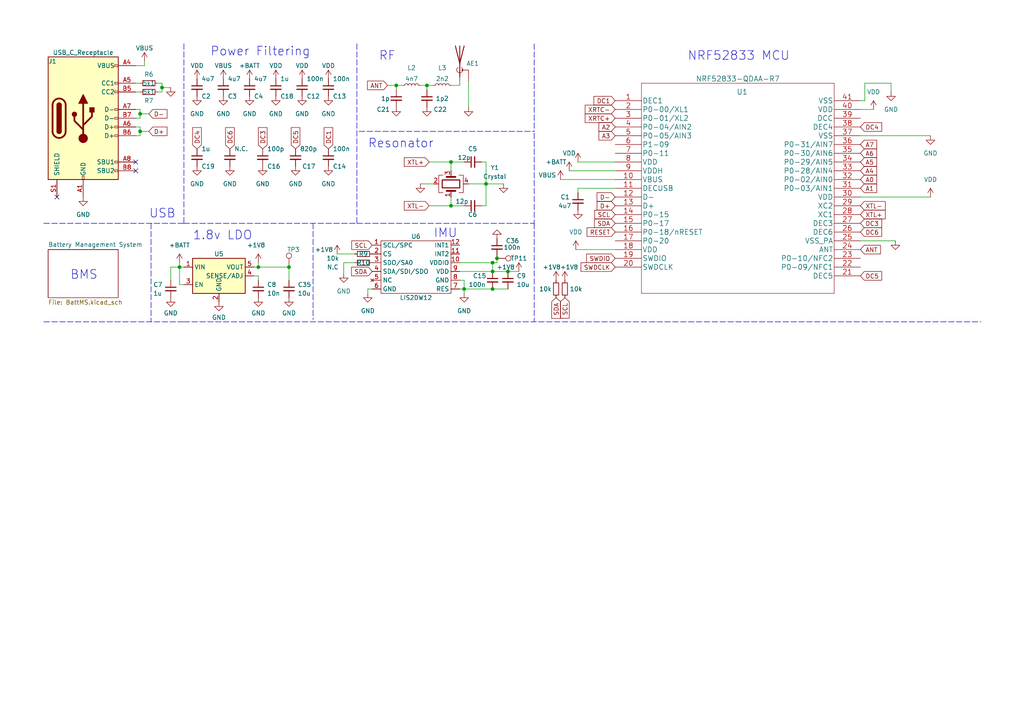
<source format=kicad_sch>
(kicad_sch (version 20211123) (generator eeschema)
  (paper "A4")
  (lib_symbols
    (symbol "+1V8_1" (power) (pin_names (offset 0))
      (property "Value" "+1V8_1" (at 0 3.556 0))
      (symbol "+1V8_1_0_1"
        (polyline (pts (xy -0.762 1.27) (xy 0 2.54)))
        (polyline (pts (xy 0 0) (xy 0 2.54)))
        (polyline (pts (xy 0 2.54) (xy 0.762 1.27)))
      )
      (symbol "+1V8_1_1_1"
        (pin power_in line (at 0 0 90) (length 0) hide (name "+1V8") (number "1"))
      )
    )
    (symbol "2022-12-06_15-27-05:NRF52833-QDAA-R7" (pin_names (offset 0.254))
      (property "Reference" "U" (at 35.56 10.16 0))
      (property "Value" "NRF52833-QDAA-R7" (at 35.56 7.62 0))
      (symbol "NRF52833-QDAA-R7_1_1"
        (polyline (pts (xy 7.62 -55.88) (xy 63.5 -55.88)) (stroke (width 0.127)))
        (polyline (pts (xy 7.62 5.08) (xy 7.62 -55.88)) (stroke (width 0.127)))
        (polyline (pts (xy 63.5 -55.88) (xy 63.5 5.08)) (stroke (width 0.127)))
        (polyline (pts (xy 63.5 5.08) (xy 7.62 5.08)) (stroke (width 0.127)))
        (pin power_in line (at 0 0 0) (length 7.62) (name "DEC1") (number "1"))
        (pin power_in line (at 0 -22.86 0) (length 7.62) (name "VBUS") (number "10"))
        (pin power_in line (at 0 -25.4 0) (length 7.62) (name "DECUSB") (number "11"))
        (pin bidirectional line (at 0 -27.94 0) (length 7.62) (name "D-") (number "12"))
        (pin bidirectional line (at 0 -30.48 0) (length 7.62) (name "D+") (number "13"))
        (pin bidirectional line (at 0 -33.02 0) (length 7.62) (name "P0-15") (number "14"))
        (pin bidirectional line (at 0 -35.56 0) (length 7.62) (name "P0-17") (number "15"))
        (pin bidirectional line (at 0 -38.1 0) (length 7.62) (name "P0-18/nRESET") (number "16"))
        (pin bidirectional line (at 0 -40.64 0) (length 7.62) (name "P0-20") (number "17"))
        (pin power_in line (at 0 -43.18 0) (length 7.62) (name "VDD") (number "18"))
        (pin bidirectional line (at 0 -45.72 0) (length 7.62) (name "SWDIO") (number "19"))
        (pin bidirectional line (at 0 -2.54 0) (length 7.62) (name "P0-00/XL1") (number "2"))
        (pin input line (at 0 -48.26 0) (length 7.62) (name "SWDCLK") (number "20"))
        (pin power_in line (at 71.12 -50.8 180) (length 7.62) (name "DEC5") (number "21"))
        (pin bidirectional line (at 71.12 -48.26 180) (length 7.62) (name "P0-09/NFC1") (number "22"))
        (pin bidirectional line (at 71.12 -45.72 180) (length 7.62) (name "P0-10/NFC2") (number "23"))
        (pin unspecified line (at 71.12 -43.18 180) (length 7.62) (name "ANT") (number "24"))
        (pin power_in line (at 71.12 -40.64 180) (length 7.62) (name "VSS_PA") (number "25"))
        (pin power_in line (at 71.12 -38.1 180) (length 7.62) (name "DEC6") (number "26"))
        (pin power_in line (at 71.12 -35.56 180) (length 7.62) (name "DEC3") (number "27"))
        (pin input line (at 71.12 -33.02 180) (length 7.62) (name "XC1") (number "28"))
        (pin input line (at 71.12 -30.48 180) (length 7.62) (name "XC2") (number "29"))
        (pin bidirectional line (at 0 -5.08 0) (length 7.62) (name "P0-01/XL2") (number "3"))
        (pin power_in line (at 71.12 -27.94 180) (length 7.62) (name "VDD") (number "30"))
        (pin bidirectional line (at 71.12 -25.4 180) (length 7.62) (name "P0-03/AIN1") (number "31"))
        (pin bidirectional line (at 71.12 -22.86 180) (length 7.62) (name "P0-02/AIN0") (number "32"))
        (pin bidirectional line (at 71.12 -20.32 180) (length 7.62) (name "P0-28/AIN4") (number "33"))
        (pin bidirectional line (at 71.12 -17.78 180) (length 7.62) (name "P0-29/AIN5") (number "34"))
        (pin bidirectional line (at 71.12 -15.24 180) (length 7.62) (name "P0-30/AIN6") (number "35"))
        (pin bidirectional line (at 71.12 -12.7 180) (length 7.62) (name "P0-31/AIN7") (number "36"))
        (pin power_in line (at 71.12 -10.16 180) (length 7.62) (name "VSS") (number "37"))
        (pin power_in line (at 71.12 -7.62 180) (length 7.62) (name "DEC4") (number "38"))
        (pin power_in line (at 71.12 -5.08 180) (length 7.62) (name "DCC") (number "39"))
        (pin bidirectional line (at 0 -7.62 0) (length 7.62) (name "P0-04/AIN2") (number "4"))
        (pin power_in line (at 71.12 -2.54 180) (length 7.62) (name "VDD") (number "40"))
        (pin power_in line (at 71.12 0 180) (length 7.62) (name "VSS") (number "41"))
        (pin bidirectional line (at 0 -10.16 0) (length 7.62) (name "P0-05/AIN3") (number "5"))
        (pin bidirectional line (at 0 -12.7 0) (length 7.62) (name "P1-09") (number "6"))
        (pin bidirectional line (at 0 -15.24 0) (length 7.62) (name "P0-11") (number "7"))
        (pin power_in line (at 0 -17.78 0) (length 7.62) (name "VDD") (number "8"))
        (pin power_in line (at 0 -20.32 0) (length 7.62) (name "VDDH") (number "9"))
      )
    )
    (symbol "Connector:TestPoint" (pin_numbers hide) (pin_names (offset 0.762) hide)
      (property "Reference" "TP" (at 0 6.858 0))
      (property "Value" "TestPoint" (at 0 5.08 0))
      (symbol "TestPoint_0_1"
        (circle (center 0 3.302) (radius 0.762))
      )
      (symbol "TestPoint_1_1"
        (pin passive line (at 0 0 90) (length 2.54) (name "1") (number "1"))
      )
    )
    (symbol "Connector:USB_C_Receptacle_USB2.0" (pin_names (offset 1.016))
      (property "Reference" "J" (at -10.16 19.05 0))
      (property "Value" "USB_C_Receptacle_USB2.0" (at 19.05 19.05 0))
      (symbol "USB_C_Receptacle_USB2.0_0_0"
        (rectangle (start -0.254 -17.78) (end 0.254 -16.764))
        (rectangle (start 10.16 -14.986) (end 9.144 -15.494))
        (rectangle (start 10.16 -12.446) (end 9.144 -12.954))
        (rectangle (start 10.16 -4.826) (end 9.144 -5.334))
        (rectangle (start 10.16 -2.286) (end 9.144 -2.794))
        (rectangle (start 10.16 0.254) (end 9.144 -0.254))
        (rectangle (start 10.16 2.794) (end 9.144 2.286))
        (rectangle (start 10.16 7.874) (end 9.144 7.366))
        (rectangle (start 10.16 10.414) (end 9.144 9.906))
        (rectangle (start 10.16 15.494) (end 9.144 14.986))
      )
      (symbol "USB_C_Receptacle_USB2.0_0_1"
        (rectangle (start -10.16 17.78) (end 10.16 -17.78) (stroke (width 0.254)) (fill (type background)))
        (arc (start -8.89 -3.81) (mid -6.985 -5.715) (end -5.08 -3.81) (stroke (width 0.508)))
        (arc (start -7.62 -3.81) (mid -6.985 -4.445) (end -6.35 -3.81) (stroke (width 0.254)))
        (arc (start -7.62 -3.81) (mid -6.985 -4.445) (end -6.35 -3.81) (stroke (width 0.254)) (fill (type outline)))
        (rectangle (start -7.62 -3.81) (end -6.35 3.81) (stroke (width 0.254)) (fill (type outline)))
        (arc (start -6.35 3.81) (mid -6.985 4.445) (end -7.62 3.81) (stroke (width 0.254)))
        (arc (start -6.35 3.81) (mid -6.985 4.445) (end -7.62 3.81) (stroke (width 0.254)) (fill (type outline)))
        (arc (start -5.08 3.81) (mid -6.985 5.715) (end -8.89 3.81) (stroke (width 0.508)))
        (circle (center -2.54 1.143) (radius 0.635) (stroke (width 0.254)) (fill (type outline)))
        (circle (center 0 -5.842) (radius 1.27) (fill (type outline)))
        (polyline (pts (xy -8.89 -3.81) (xy -8.89 3.81)) (stroke (width 0.508)))
        (polyline (pts (xy -5.08 3.81) (xy -5.08 -3.81)) (stroke (width 0.508)))
        (polyline (pts (xy 0 -5.842) (xy 0 4.318)) (stroke (width 0.508)))
        (polyline (pts (xy 0 -3.302) (xy -2.54 -0.762) (xy -2.54 0.508)) (stroke (width 0.508)))
        (polyline (pts (xy 0 -2.032) (xy 2.54 0.508) (xy 2.54 1.778)) (stroke (width 0.508)))
        (polyline (pts (xy -1.27 4.318) (xy 0 6.858) (xy 1.27 4.318) (xy -1.27 4.318)) (stroke (width 0.254)) (fill (type outline)))
        (rectangle (start 1.905 1.778) (end 3.175 3.048) (stroke (width 0.254)) (fill (type outline)))
      )
      (symbol "USB_C_Receptacle_USB2.0_1_1"
        (pin passive line (at 0 -22.86 90) (length 5.08) (name "GND") (number "A1"))
        (pin passive line (at 0 -22.86 90) (length 5.08) hide (name "GND") (number "A12"))
        (pin passive line (at 15.24 15.24 180) (length 5.08) (name "VBUS") (number "A4"))
        (pin bidirectional line (at 15.24 10.16 180) (length 5.08) (name "CC1") (number "A5"))
        (pin bidirectional line (at 15.24 -2.54 180) (length 5.08) (name "D+") (number "A6"))
        (pin bidirectional line (at 15.24 2.54 180) (length 5.08) (name "D-") (number "A7"))
        (pin bidirectional line (at 15.24 -12.7 180) (length 5.08) (name "SBU1") (number "A8"))
        (pin passive line (at 15.24 15.24 180) (length 5.08) hide (name "VBUS") (number "A9"))
        (pin passive line (at 0 -22.86 90) (length 5.08) hide (name "GND") (number "B1"))
        (pin passive line (at 0 -22.86 90) (length 5.08) hide (name "GND") (number "B12"))
        (pin passive line (at 15.24 15.24 180) (length 5.08) hide (name "VBUS") (number "B4"))
        (pin bidirectional line (at 15.24 7.62 180) (length 5.08) (name "CC2") (number "B5"))
        (pin bidirectional line (at 15.24 -5.08 180) (length 5.08) (name "D+") (number "B6"))
        (pin bidirectional line (at 15.24 0 180) (length 5.08) (name "D-") (number "B7"))
        (pin bidirectional line (at 15.24 -15.24 180) (length 5.08) (name "SBU2") (number "B8"))
        (pin passive line (at 15.24 15.24 180) (length 5.08) hide (name "VBUS") (number "B9"))
        (pin passive line (at -7.62 -22.86 90) (length 5.08) (name "SHIELD") (number "S1"))
      )
    )
    (symbol "Device:Antenna_Shield" (pin_numbers hide) (pin_names (offset 1.016) hide)
      (property "Reference" "AE" (at -1.905 4.445 0))
      (property "Value" "Antenna_Shield" (at -1.905 2.54 0))
      (symbol "Antenna_Shield_0_1"
        (arc (start -0.508 -1.143) (mid -0.8429 -2.1194) (end 0 -2.667))
        (arc (start 0 -2.667) (mid 0.7989 -2.1052) (end 0.508 -1.143))
        (polyline (pts (xy 0 -2.54) (xy 0 0)))
        (polyline (pts (xy 0 5.08) (xy 0 -3.81)) (stroke (width 0.254)))
        (polyline (pts (xy 0.762 -1.905) (xy 2.54 -1.905)))
        (polyline (pts (xy 2.54 -2.54) (xy 2.54 -1.905)))
        (polyline (pts (xy 1.27 5.08) (xy 0 0) (xy -1.27 5.08)) (stroke (width 0.254)))
        (circle (center 0.762 -1.905) (radius 0.1778) (fill (type outline)))
      )
      (symbol "Antenna_Shield_1_1"
        (pin input line (at 0 -5.08 90) (length 2.54) (name "A") (number "1"))
        (pin input line (at 2.54 -5.08 90) (length 2.54) (name "Shield") (number "2"))
      )
    )
    (symbol "Device:C_Small" (pin_numbers hide) (pin_names (offset 0.254) hide)
      (property "Reference" "C" (at 0.254 1.778 0))
      (property "Value" "C_Small" (at 0.254 -2.032 0))
      (symbol "C_Small_0_1"
        (polyline (pts (xy -1.524 -0.508) (xy 1.524 -0.508)) (stroke (width 0.3302)))
        (polyline (pts (xy -1.524 0.508) (xy 1.524 0.508)) (stroke (width 0.3048)))
      )
      (symbol "C_Small_1_1"
        (pin passive line (at 0 2.54 270) (length 2.032) (name "~") (number "1"))
        (pin passive line (at 0 -2.54 90) (length 2.032) (name "~") (number "2"))
      )
    )
    (symbol "Device:Crystal_GND24" (pin_names (offset 1.016) hide)
      (property "Reference" "Y" (at 3.175 5.08 0))
      (property "Value" "Crystal_GND24" (at 3.175 3.175 0))
      (symbol "Crystal_GND24_0_1"
        (rectangle (start -1.143 2.54) (end 1.143 -2.54) (stroke (width 0.3048)))
        (polyline (pts (xy -2.54 0) (xy -2.032 0)))
        (polyline (pts (xy -2.032 -1.27) (xy -2.032 1.27)) (stroke (width 0.508)))
        (polyline (pts (xy 0 -3.81) (xy 0 -3.556)))
        (polyline (pts (xy 0 3.556) (xy 0 3.81)))
        (polyline (pts (xy 2.032 -1.27) (xy 2.032 1.27)) (stroke (width 0.508)))
        (polyline (pts (xy 2.032 0) (xy 2.54 0)))
        (polyline (pts (xy -2.54 -2.286) (xy -2.54 -3.556) (xy 2.54 -3.556) (xy 2.54 -2.286)))
        (polyline (pts (xy -2.54 2.286) (xy -2.54 3.556) (xy 2.54 3.556) (xy 2.54 2.286)))
      )
      (symbol "Crystal_GND24_1_1"
        (pin passive line (at -3.81 0 0) (length 1.27) (name "1") (number "1"))
        (pin passive line (at 0 5.08 270) (length 1.27) (name "2") (number "2"))
        (pin passive line (at 3.81 0 180) (length 1.27) (name "3") (number "3"))
        (pin passive line (at 0 -5.08 90) (length 1.27) (name "4") (number "4"))
      )
    )
    (symbol "Device:L_Small" (pin_numbers hide) (pin_names (offset 0.254) hide)
      (property "Reference" "L" (at 0.762 1.016 0))
      (property "Value" "L_Small" (at 0.762 -1.016 0))
      (symbol "L_Small_0_1"
        (arc (start 0 -2.032) (mid 0.508 -1.524) (end 0 -1.016))
        (arc (start 0 -1.016) (mid 0.508 -0.508) (end 0 0))
        (arc (start 0 0) (mid 0.508 0.508) (end 0 1.016))
        (arc (start 0 1.016) (mid 0.508 1.524) (end 0 2.032))
      )
      (symbol "L_Small_1_1"
        (pin passive line (at 0 2.54 270) (length 0.508) (name "~") (number "1"))
        (pin passive line (at 0 -2.54 90) (length 0.508) (name "~") (number "2"))
      )
    )
    (symbol "Device:R_Small" (pin_numbers hide) (pin_names (offset 0.254) hide)
      (property "Reference" "R" (at 0.762 0.508 0))
      (property "Value" "R_Small" (at 0.762 -1.016 0))
      (symbol "R_Small_0_1"
        (rectangle (start -0.762 1.778) (end 0.762 -1.778) (stroke (width 0.2032)))
      )
      (symbol "R_Small_1_1"
        (pin passive line (at 0 2.54 270) (length 0.762) (name "~") (number "1"))
        (pin passive line (at 0 -2.54 90) (length 0.762) (name "~") (number "2"))
      )
    )
    (symbol "GND_1" (power) (pin_names (offset 0))
      (property "Value" "GND_1" (at 0 -3.81 0))
      (symbol "GND_1_0_1"
        (polyline (pts (xy 0 0) (xy 0 -1.27) (xy 1.27 -1.27) (xy 0 -2.54) (xy -1.27 -1.27) (xy 0 -1.27)))
      )
      (symbol "GND_1_1_1"
        (pin power_in line (at 0 0 270) (length 0) hide (name "GND") (number "1"))
      )
    )
    (symbol "GND_2" (power) (pin_names (offset 0))
      (property "Value" "GND_2" (at 0 -3.81 0))
      (symbol "GND_2_0_1"
        (polyline (pts (xy 0 0) (xy 0 -1.27) (xy 1.27 -1.27) (xy 0 -2.54) (xy -1.27 -1.27) (xy 0 -1.27)))
      )
      (symbol "GND_2_1_1"
        (pin power_in line (at 0 0 270) (length 0) hide (name "GND") (number "1"))
      )
    )
    (symbol "Regulator_Linear:ADP7142AUJZ-1.8"
      (property "Reference" "U" (at 0 8.89 0))
      (property "Value" "ADP7142AUJZ-1.8" (at 0 6.35 0))
      (symbol "ADP7142AUJZ-1.8_0_1"
        (rectangle (start -7.62 5.08) (end 7.62 -5.08) (stroke (width 0.254)) (fill (type background)))
      )
      (symbol "ADP7142AUJZ-1.8_1_1"
        (pin power_in line (at -10.16 2.54 0) (length 2.54) (name "VIN") (number "1"))
        (pin power_in line (at 0 -7.62 90) (length 2.54) (name "GND") (number "2"))
        (pin input line (at -10.16 -2.54 0) (length 2.54) (name "EN") (number "3"))
        (pin input line (at 10.16 0 180) (length 2.54) (name "SENSE/ADJ") (number "4"))
        (pin power_out line (at 10.16 2.54 180) (length 2.54) (name "VOUT") (number "5"))
      )
    )
    (symbol "ST_LIS2DW12:LIS2DW12"
      (property "Reference" "U6" (at 0 8.89 0))
      (property "Value" "LIS2DW12" (at 0 -8.89 0))
      (symbol "LIS2DW12_0_1"
        (rectangle (start -10.16 7.62) (end 10.16 -7.62))
      )
      (symbol "LIS2DW12_1_1"
        (pin input line (at -12.7 6.35 0) (length 2.54) (name "SCL/SPC") (number "1"))
        (pin power_in line (at 12.7 1.27 180) (length 2.54) (name "VDDIO") (number "10"))
        (pin input line (at 12.7 3.81 180) (length 2.54) (name "INT2") (number "11"))
        (pin input line (at 12.7 6.35 180) (length 2.54) (name "INT1") (number "12"))
        (pin input line (at -12.7 3.81 0) (length 2.54) (name "CS") (number "2"))
        (pin input line (at -12.7 1.27 0) (length 2.54) (name "SDO/SA0") (number "3"))
        (pin input line (at -12.7 -1.27 0) (length 2.54) (name "SDA/SDI/SDO") (number "4"))
        (pin no_connect line (at -12.7 -3.81 0) (length 2.54) (name "NC") (number "5"))
        (pin power_out line (at -12.7 -6.35 0) (length 2.54) (name "GND") (number "6"))
        (pin input line (at 12.7 -6.35 180) (length 2.54) (name "RES") (number "7"))
        (pin power_out line (at 12.7 -3.81 180) (length 2.54) (name "GND") (number "8"))
        (pin power_in line (at 12.7 -1.27 180) (length 2.54) (name "VDD") (number "9"))
      )
    )
    (symbol "power:+1V8" (power) (pin_names (offset 0))
      (property "Value" "+1V8" (at 0 3.556 0))
      (symbol "+1V8_0_1"
        (polyline (pts (xy -0.762 1.27) (xy 0 2.54)))
        (polyline (pts (xy 0 0) (xy 0 2.54)))
        (polyline (pts (xy 0 2.54) (xy 0.762 1.27)))
      )
      (symbol "+1V8_1_1"
        (pin power_in line (at 0 0 90) (length 0) hide (name "+1V8") (number "1"))
      )
    )
    (symbol "power:+BATT" (power) (pin_names (offset 0))
      (property "Value" "+BATT" (at 0 3.556 0))
      (symbol "+BATT_0_1"
        (polyline (pts (xy -0.762 1.27) (xy 0 2.54)))
        (polyline (pts (xy 0 0) (xy 0 2.54)))
        (polyline (pts (xy 0 2.54) (xy 0.762 1.27)))
      )
      (symbol "+BATT_1_1"
        (pin power_in line (at 0 0 90) (length 0) hide (name "+BATT") (number "1"))
      )
    )
    (symbol "power:GND" (power) (pin_names (offset 0))
      (property "Value" "GND" (at 0 -3.81 0))
      (symbol "GND_0_1"
        (polyline (pts (xy 0 0) (xy 0 -1.27) (xy 1.27 -1.27) (xy 0 -2.54) (xy -1.27 -1.27) (xy 0 -1.27)))
      )
      (symbol "GND_1_1"
        (pin power_in line (at 0 0 270) (length 0) hide (name "GND") (number "1"))
      )
    )
    (symbol "power:VBUS" (power) (pin_names (offset 0))
      (property "Value" "VBUS" (at 0 3.81 0))
      (symbol "VBUS_0_1"
        (polyline (pts (xy -0.762 1.27) (xy 0 2.54)))
        (polyline (pts (xy 0 0) (xy 0 2.54)))
        (polyline (pts (xy 0 2.54) (xy 0.762 1.27)))
      )
      (symbol "VBUS_1_1"
        (pin power_in line (at 0 0 90) (length 0) hide (name "VBUS") (number "1"))
      )
    )
    (symbol "power:VDD" (power) (pin_names (offset 0))
      (property "Value" "VDD" (at 0 3.81 0))
      (symbol "VDD_0_1"
        (polyline (pts (xy -0.762 1.27) (xy 0 2.54)))
        (polyline (pts (xy 0 0) (xy 0 2.54)))
        (polyline (pts (xy 0 2.54) (xy 0.762 1.27)))
      )
      (symbol "VDD_1_1"
        (pin power_in line (at 0 0 90) (length 0) hide (name "VDD") (number "1"))
      )
    )
  )
  (junction (at 40.64 38.1))
  (junction (at 130.81 59.69))
  (junction (at 123.825 24.765))
  (junction (at 142.875 76.2))
  (junction (at 74.93 77.47))
  (junction (at 46.99 25.4))
  (junction (at 147.32 78.74))
  (junction (at 52.07 77.47))
  (junction (at 130.81 46.99))
  (junction (at 144.145 74.93))
  (junction (at 83.82 77.47))
  (junction (at 134.62 83.82))
  (junction (at 142.875 78.74))
  (junction (at 140.97 53.34))
  (junction (at 142.875 83.82))
  (junction (at 40.64 33.02))
  (junction (at 114.935 24.765))
  (no_connect (at 16.51 57.15))
  (no_connect (at 39.37 46.99))
  (no_connect (at 39.37 49.53))
  (wire (pts (xy 144.145 74.295) (xy 144.145 74.93)))
  (polyline (pts (xy 90.805 64.77) (xy 90.805 92.71)))
  (wire (pts (xy 40.64 31.75) (xy 39.37 31.75)))
  (wire (pts (xy 142.875 76.2) (xy 144.145 76.2)))
  (polyline (pts (xy 103.505 64.77) (xy 154.94 64.77)))
  (wire (pts (xy 74.93 77.47) (xy 74.93 76.2)))
  (wire (pts (xy 167.64 54.61) (xy 178.435 54.61)))
  (wire (pts (xy 46.99 25.4) (xy 46.99 24.13)))
  (wire (pts (xy 52.07 82.55) (xy 53.34 82.55)))
  (wire (pts (xy 40.64 33.02) (xy 40.64 31.75)))
  (wire (pts (xy 139.7 59.69) (xy 140.97 59.69)))
  (wire (pts (xy 40.64 39.37) (xy 39.37 39.37)))
  (wire (pts (xy 83.82 81.28) (xy 83.82 77.47)))
  (wire (pts (xy 102.87 76.2) (xy 99.695 76.2)))
  (wire (pts (xy 97.79 73.66) (xy 102.87 73.66)))
  (wire (pts (xy 139.7 46.99) (xy 140.97 46.99)))
  (wire (pts (xy 123.825 24.765) (xy 125.73 24.765)))
  (wire (pts (xy 124.46 46.99) (xy 130.81 46.99)))
  (wire (pts (xy 140.97 53.34) (xy 146.05 53.34)))
  (wire (pts (xy 46.99 26.67) (xy 46.99 25.4)))
  (wire (pts (xy 134.62 81.28) (xy 134.62 83.82)))
  (wire (pts (xy 39.37 34.29) (xy 40.64 34.29)))
  (wire (pts (xy 123.825 24.765) (xy 121.92 24.765)))
  (wire (pts (xy 249.555 29.21) (xy 250.825 29.21)))
  (wire (pts (xy 124.46 59.69) (xy 130.81 59.69)))
  (wire (pts (xy 133.35 81.28) (xy 134.62 81.28)))
  (polyline (pts (xy 12.7 93.345) (xy 53.34 93.345)))
  (polyline (pts (xy 154.94 12.7) (xy 154.94 38.1)))
  (wire (pts (xy 46.99 25.4) (xy 49.53 25.4)))
  (wire (pts (xy 167.005 72.39) (xy 178.435 72.39)))
  (wire (pts (xy 249.555 31.75) (xy 253.365 31.75)))
  (wire (pts (xy 250.825 24.13) (xy 258.445 24.13)))
  (wire (pts (xy 135.89 23.495) (xy 135.89 31.115)))
  (wire (pts (xy 167.64 46.99) (xy 178.435 46.99)))
  (wire (pts (xy 41.91 19.05) (xy 41.91 17.78)))
  (wire (pts (xy 114.935 24.765) (xy 114.935 26.035)))
  (wire (pts (xy 107.95 83.82) (xy 106.68 83.82)))
  (wire (pts (xy 39.37 24.13) (xy 40.64 24.13)))
  (wire (pts (xy 112.395 24.765) (xy 114.935 24.765)))
  (wire (pts (xy 46.99 24.13) (xy 45.72 24.13)))
  (wire (pts (xy 250.825 29.21) (xy 250.825 24.13)))
  (wire (pts (xy 39.37 36.83) (xy 40.64 36.83)))
  (wire (pts (xy 162.56 52.07) (xy 178.435 52.07)))
  (polyline (pts (xy 12.7 64.77) (xy 53.34 64.77)))
  (polyline (pts (xy 53.34 93.345) (xy 144.78 93.345)))
  (wire (pts (xy 40.64 34.29) (xy 40.64 33.02)))
  (wire (pts (xy 106.68 83.82) (xy 106.68 85.09)))
  (wire (pts (xy 134.62 46.99) (xy 130.81 46.99)))
  (wire (pts (xy 73.66 77.47) (xy 74.93 77.47)))
  (wire (pts (xy 49.53 77.47) (xy 52.07 77.47)))
  (wire (pts (xy 249.555 39.37) (xy 269.875 39.37)))
  (wire (pts (xy 74.93 80.01) (xy 74.93 81.28)))
  (wire (pts (xy 140.97 59.69) (xy 140.97 53.34)))
  (wire (pts (xy 142.875 78.74) (xy 147.32 78.74)))
  (wire (pts (xy 135.89 53.34) (xy 140.97 53.34)))
  (wire (pts (xy 40.64 33.02) (xy 43.18 33.02)))
  (polyline (pts (xy 53.34 64.77) (xy 103.505 64.77)))
  (wire (pts (xy 142.875 76.2) (xy 142.875 78.74)))
  (wire (pts (xy 40.64 38.1) (xy 43.18 38.1)))
  (wire (pts (xy 134.62 83.82) (xy 133.35 83.82)))
  (wire (pts (xy 53.34 77.47) (xy 52.07 77.47)))
  (wire (pts (xy 130.81 59.69) (xy 134.62 59.69)))
  (wire (pts (xy 140.97 46.99) (xy 140.97 53.34)))
  (polyline (pts (xy 103.505 12.7) (xy 103.505 64.77)))
  (wire (pts (xy 49.53 77.47) (xy 49.53 81.28)))
  (wire (pts (xy 99.695 76.2) (xy 99.695 79.375)))
  (wire (pts (xy 130.81 24.765) (xy 133.35 24.765)))
  (wire (pts (xy 116.84 24.765) (xy 114.935 24.765)))
  (wire (pts (xy 121.92 53.34) (xy 125.73 53.34)))
  (wire (pts (xy 130.81 46.99) (xy 130.81 49.53)))
  (wire (pts (xy 40.64 36.83) (xy 40.64 38.1)))
  (wire (pts (xy 133.35 76.2) (xy 142.875 76.2)))
  (wire (pts (xy 142.875 83.82) (xy 147.32 83.82)))
  (wire (pts (xy 130.81 59.69) (xy 130.81 57.15)))
  (wire (pts (xy 73.66 80.01) (xy 74.93 80.01)))
  (wire (pts (xy 39.37 19.05) (xy 41.91 19.05)))
  (wire (pts (xy 52.07 77.47) (xy 52.07 82.55)))
  (wire (pts (xy 147.32 78.74) (xy 150.495 78.74)))
  (polyline (pts (xy 43.815 64.77) (xy 43.815 93.345)))
  (wire (pts (xy 249.555 57.15) (xy 269.875 57.15)))
  (wire (pts (xy 40.64 38.1) (xy 40.64 39.37)))
  (wire (pts (xy 258.445 24.13) (xy 258.445 26.67)))
  (wire (pts (xy 134.62 83.82) (xy 142.875 83.82)))
  (polyline (pts (xy 53.34 12.7) (xy 53.34 64.77)))
  (polyline (pts (xy 154.94 65.405) (xy 154.94 38.1)))
  (wire (pts (xy 144.145 74.93) (xy 144.145 76.2)))
  (wire (pts (xy 134.62 85.09) (xy 134.62 83.82)))
  (wire (pts (xy 123.825 26.035) (xy 123.825 24.765)))
  (polyline (pts (xy 104.14 38.1) (xy 154.94 38.1)))
  (wire (pts (xy 74.93 77.47) (xy 83.82 77.47)))
  (wire (pts (xy 39.37 26.67) (xy 40.64 26.67)))
  (wire (pts (xy 45.72 26.67) (xy 46.99 26.67)))
  (wire (pts (xy 165.1 49.53) (xy 178.435 49.53)))
  (wire (pts (xy 167.64 54.61) (xy 167.64 55.88)))
  (polyline (pts (xy 154.94 64.77) (xy 154.94 93.345)))
  (wire (pts (xy 133.35 24.765) (xy 133.35 23.495)))
  (wire (pts (xy 133.35 78.74) (xy 142.875 78.74)))
  (wire (pts (xy 249.555 69.85) (xy 259.715 69.85)))
  (wire (pts (xy 52.07 77.47) (xy 52.07 76.2)))
  (polyline (pts (xy 144.78 93.345) (xy 284.48 93.345)))
  (text "Power Filtering" (at 60.96 16.51 0) (effects (font (size 2.54 2.54)) (justify left bottom)))
  (text "NRF52833 MCU" (at 199.39 17.78 0) (effects (font (size 2.54 2.54)) (justify left bottom)))
  (text "Resonator" (at 106.68 43.18 0) (effects (font (size 2.54 2.54)) (justify left bottom)))
  (text "1.8v LDO" (at 55.88 69.85 0) (effects (font (size 2.54 2.54)) (justify left bottom)))
  (text "USB" (at 43.18 63.5 0) (effects (font (size 2.54 2.54)) (justify left bottom)))
  (text "BMS" (at 20.32 81.28 0) (effects (font (size 2.54 2.54)) (justify left bottom)))
  (text "IMU" (at 125.73 69.215 0) (effects (font (size 2.54 2.54)) (justify left bottom)))
  (text "RF" (at 109.855 17.78 0) (effects (font (size 2.54 2.54)) (justify left bottom)))
  (global_label "A7" (shape input) (at 249.555 41.91 0) (property "Intersheet References" "${INTERSHEET_REFS}" (effects hide)))
  (global_label "RESET" (shape input) (at 178.435 67.31 180) (property "Intersheet References" "${INTERSHEET_REFS}" (effects hide)))
  (global_label "SWDCLK" (shape input) (at 178.435 77.47 180) (property "Intersheet References" "${INTERSHEET_REFS}" (effects hide)))
  (global_label "DC3" (shape input) (at 249.555 64.77 0) (property "Intersheet References" "${INTERSHEET_REFS}" (effects hide)))
  (global_label "SCL" (shape input) (at 163.83 86.36 270) (property "Intersheet References" "${INTERSHEET_REFS}" (effects hide)))
  (global_label "ANT" (shape input) (at 249.555 72.39 0) (property "Intersheet References" "${INTERSHEET_REFS}" (effects hide)))
  (global_label "A5" (shape input) (at 249.555 46.99 0) (property "Intersheet References" "${INTERSHEET_REFS}" (effects hide)))
  (global_label "XTL+" (shape input) (at 124.46 46.99 180) (property "Intersheet References" "${INTERSHEET_REFS}" (effects hide)))
  (global_label "DC6" (shape input) (at 66.675 43.18 90) (property "Intersheet References" "${INTERSHEET_REFS}" (effects hide)))
  (global_label "DC1" (shape input) (at 178.435 29.21 180) (property "Intersheet References" "${INTERSHEET_REFS}" (effects hide)))
  (global_label "XTL-" (shape input) (at 249.555 59.69 0) (property "Intersheet References" "${INTERSHEET_REFS}" (effects hide)))
  (global_label "DC1" (shape input) (at 95.25 43.18 90) (property "Intersheet References" "${INTERSHEET_REFS}" (effects hide)))
  (global_label "XRTC-" (shape input) (at 178.435 31.75 180) (property "Intersheet References" "${INTERSHEET_REFS}" (effects hide)))
  (global_label "DC3" (shape input) (at 76.2 43.18 90) (property "Intersheet References" "${INTERSHEET_REFS}" (effects hide)))
  (global_label "A0" (shape input) (at 249.555 52.07 0) (property "Intersheet References" "${INTERSHEET_REFS}" (effects hide)))
  (global_label "DC6" (shape input) (at 249.555 67.31 0) (property "Intersheet References" "${INTERSHEET_REFS}" (effects hide)))
  (global_label "SCL" (shape input) (at 178.435 62.23 180) (property "Intersheet References" "${INTERSHEET_REFS}" (effects hide)))
  (global_label "A2" (shape input) (at 178.435 36.83 180) (property "Intersheet References" "${INTERSHEET_REFS}" (effects hide)))
  (global_label "XTL+" (shape input) (at 249.555 62.23 0) (property "Intersheet References" "${INTERSHEET_REFS}" (effects hide)))
  (global_label "DC5" (shape input) (at 249.555 80.01 0) (property "Intersheet References" "${INTERSHEET_REFS}" (effects hide)))
  (global_label "A6" (shape input) (at 249.555 44.45 0) (property "Intersheet References" "${INTERSHEET_REFS}" (effects hide)))
  (global_label "A1" (shape input) (at 249.555 54.61 0) (property "Intersheet References" "${INTERSHEET_REFS}" (effects hide)))
  (global_label "SDA" (shape input) (at 161.29 86.36 270) (property "Intersheet References" "${INTERSHEET_REFS}" (effects hide)))
  (global_label "D-" (shape input) (at 178.435 57.15 180) (property "Intersheet References" "${INTERSHEET_REFS}" (effects hide)))
  (global_label "DC5" (shape input) (at 85.725 43.18 90) (property "Intersheet References" "${INTERSHEET_REFS}" (effects hide)))
  (global_label "SCL" (shape input) (at 107.95 71.12 180) (property "Intersheet References" "${INTERSHEET_REFS}" (effects hide)))
  (global_label "A3" (shape input) (at 178.435 39.37 180) (property "Intersheet References" "${INTERSHEET_REFS}" (effects hide)))
  (global_label "D+" (shape input) (at 178.435 59.69 180) (property "Intersheet References" "${INTERSHEET_REFS}" (effects hide)))
  (global_label "SDA" (shape input) (at 178.435 64.77 180) (property "Intersheet References" "${INTERSHEET_REFS}" (effects hide)))
  (global_label "XTL-" (shape input) (at 124.46 59.69 180) (property "Intersheet References" "${INTERSHEET_REFS}" (effects hide)))
  (global_label "SWDIO" (shape input) (at 178.435 74.93 180) (property "Intersheet References" "${INTERSHEET_REFS}" (effects hide)))
  (global_label "XRTC+" (shape input) (at 178.435 34.29 180) (property "Intersheet References" "${INTERSHEET_REFS}" (effects hide)))
  (global_label "A4" (shape input) (at 249.555 49.53 0) (property "Intersheet References" "${INTERSHEET_REFS}" (effects hide)))
  (global_label "SDA" (shape input) (at 107.95 78.74 180) (property "Intersheet References" "${INTERSHEET_REFS}" (effects hide)))
  (global_label "DC4" (shape input) (at 249.555 36.83 0) (property "Intersheet References" "${INTERSHEET_REFS}" (effects hide)))
  (global_label "D-" (shape input) (at 43.18 33.02 0) (property "Intersheet References" "${INTERSHEET_REFS}" (effects hide)))
  (global_label "D+" (shape input) (at 43.18 38.1 0) (property "Intersheet References" "${INTERSHEET_REFS}" (effects hide)))
  (global_label "DC4" (shape input) (at 57.15 43.18 90) (property "Intersheet References" "${INTERSHEET_REFS}" (effects hide)))
  (global_label "ANT" (shape input) (at 112.395 24.765 180) (property "Intersheet References" "${INTERSHEET_REFS}" (effects hide)))
  (symbol (lib_id "power:GND") (at 167.64 60.96 0) (unit 1)
    (property "Reference" "#PWR035" (effects hide))
    (property "Value" "GND" (effects hide))
  )
  (symbol (lib_id "Device:L_Small") (at 128.27 24.765 90) (unit 1)
    (property "Reference" "L3" (at 128.27 19.685 90))
    (property "Value" "2n2" (at 128.27 22.86 90))
    (property "Footprint" "Inductor_SMD:L_0402_1005Metric" (effects hide))
  )
  (symbol (lib_id "power:VDD") (at 269.875 57.15 0) (unit 1)
    (property "Reference" "#PWR040" (effects hide))
    (property "Value" "VDD" (at 269.875 52.07 0))
  )
  (symbol (lib_name "+1V8_1") (lib_id "power:+1V8") (at 163.83 81.28 0) (unit 1)
    (property "Reference" "#PWR0126" (effects hide))
    (property "Value" "+1V8" (at 165.1 77.47 0))
  )
  (symbol (lib_id "Device:C_Small") (at 137.16 46.99 90) (unit 1)
    (property "Reference" "C5" (at 138.43 43.18 90) (effects (justify left)))
    (property "Value" "12p" (at 134.62 45.72 90))
    (property "Footprint" "Capacitor_SMD:C_0402_1005Metric" (effects hide))
  )
  (symbol (lib_id "Device:C_Small") (at 87.63 25.4 0) (unit 1)
    (property "Reference" "C12" (at 88.9 27.94 0) (effects (justify left)))
    (property "Value" "100n" (at 88.9 22.86 0) (effects (justify left)))
    (property "Footprint" "Capacitor_SMD:C_0402_1005Metric" (effects hide))
  )
  (symbol (lib_id "Device:R_Small") (at 105.41 76.2 90) (unit 1)
    (property "Reference" "R10" (at 105.41 76.2 90))
    (property "Value" "N.C" (at 96.52 77.47 90))
    (property "Footprint" "Resistor_SMD:R_0402_1005Metric" (effects hide))
  )
  (symbol (lib_id "power:VDD") (at 57.15 22.86 0) (unit 1)
    (property "Reference" "#PWR04" (effects hide))
    (property "Value" "VDD" (at 57.15 19.05 0))
  )
  (symbol (lib_id "Device:C_Small") (at 49.53 83.82 0) (unit 1)
    (property "Reference" "C7" (at 44.45 82.55 0) (effects (justify left)))
    (property "Value" "1u" (at 44.45 85.09 0) (effects (justify left)))
    (property "Footprint" "Capacitor_SMD:C_0402_1005Metric" (effects hide))
  )
  (symbol (lib_name "GND_2") (lib_id "power:GND") (at 144.145 69.215 180) (unit 1)
    (property "Reference" "#PWR0109" (effects hide))
    (property "Value" "GND" (effects hide))
  )
  (symbol (lib_id "Connector:TestPoint") (at 144.145 74.93 270) (unit 1)
    (property "Reference" "TP11" (at 150.495 74.93 90))
    (property "Value" "TestPoint" (effects hide))
    (property "Footprint" "TestPoint:TestPoint_Pad_D1.0mm" (effects hide))
  )
  (symbol (lib_id "Device:C_Small") (at 57.15 45.72 0) (unit 1)
    (property "Reference" "C19" (at 58.42 48.26 0) (effects (justify left)))
    (property "Value" "1u" (at 58.42 43.18 0) (effects (justify left)))
    (property "Footprint" "Capacitor_SMD:C_0402_1005Metric" (effects hide))
  )
  (symbol (lib_id "power:VBUS") (at 41.91 17.78 0) (unit 1)
    (property "Reference" "#PWR02" (effects hide))
    (property "Value" "VBUS" (at 41.91 13.97 0))
  )
  (symbol (lib_id "power:GND") (at 85.725 48.26 0) (unit 1)
    (property "Reference" "#PWR018" (effects hide))
    (property "Value" "GND" (at 85.725 53.34 0))
  )
  (symbol (lib_id "power:GND") (at 83.82 86.36 0) (unit 1)
    (property "Reference" "#PWR0104" (effects hide))
    (property "Value" "GND" (at 83.82 90.805 0))
  )
  (symbol (lib_id "power:VBUS") (at 162.56 52.07 0) (unit 1)
    (property "Reference" "#PWR032" (effects hide))
    (property "Value" "VBUS" (at 158.75 50.8 0))
  )
  (symbol (lib_id "Device:C_Small") (at 80.01 25.4 0) (unit 1)
    (property "Reference" "C18" (at 81.28 27.94 0) (effects (justify left)))
    (property "Value" "1u" (at 81.28 22.86 0) (effects (justify left)))
    (property "Footprint" "Capacitor_SMD:C_0402_1005Metric" (effects hide))
  )
  (symbol (lib_id "Device:C_Small") (at 95.25 45.72 0) (unit 1)
    (property "Reference" "C14" (at 96.52 48.26 0) (effects (justify left)))
    (property "Value" "100n" (at 96.52 43.18 0) (effects (justify left)))
    (property "Footprint" "Capacitor_SMD:C_0402_1005Metric" (effects hide))
  )
  (symbol (lib_id "Device:C_Small") (at 76.2 45.72 0) (unit 1)
    (property "Reference" "C16" (at 77.47 48.26 0) (effects (justify left)))
    (property "Value" "100p" (at 77.47 43.18 0) (effects (justify left)))
    (property "Footprint" "Capacitor_SMD:C_0402_1005Metric" (effects hide))
  )
  (symbol (lib_id "power:GND") (at 57.15 48.26 0) (unit 1)
    (property "Reference" "#PWR06" (effects hide))
    (property "Value" "GND" (at 57.15 53.34 0))
  )
  (symbol (lib_id "Device:C_Small") (at 64.77 25.4 0) (unit 1)
    (property "Reference" "C3" (at 66.04 27.94 0) (effects (justify left)))
    (property "Value" "4u7" (at 66.04 22.86 0) (effects (justify left)))
    (property "Footprint" "Capacitor_SMD:C_0402_1005Metric" (effects hide))
  )
  (symbol (lib_id "power:GND") (at 135.89 31.115 0) (unit 1)
    (property "Reference" "#PWR029" (effects hide))
    (property "Value" "GND" (effects hide))
  )
  (symbol (lib_id "Device:C_Small") (at 123.825 28.575 0) (unit 1)
    (property "Reference" "C22" (at 125.73 31.75 0) (effects (justify left)))
    (property "Value" "1p2" (at 126.365 28.575 0) (effects (justify left)))
    (property "Footprint" "Capacitor_SMD:C_0402_1005Metric" (effects hide))
  )
  (symbol (lib_name "GND_1") (lib_id "power:GND") (at 24.13 57.15 0) (unit 1)
    (property "Reference" "#PWR0107" (effects hide))
    (property "Value" "GND" (at 24.13 62.23 0))
  )
  (symbol (lib_id "power:GND") (at 57.15 27.94 0) (unit 1)
    (property "Reference" "#PWR05" (effects hide))
    (property "Value" "GND" (at 57.15 33.02 0))
  )
  (symbol (lib_id "power:GND") (at 134.62 85.09 0) (unit 1)
    (property "Reference" "#PWR028" (effects hide))
    (property "Value" "GND" (at 134.62 90.17 0))
  )
  (symbol (lib_id "power:GND") (at 72.39 27.94 0) (unit 1)
    (property "Reference" "#PWR013" (effects hide))
    (property "Value" "GND" (at 72.39 33.02 0))
  )
  (symbol (lib_id "power:+BATT") (at 52.07 76.2 0) (unit 1)
    (property "Reference" "#PWR0105" (effects hide))
    (property "Value" "+BATT" (at 52.07 71.12 0))
  )
  (symbol (lib_id "power:GND") (at 99.695 79.375 0) (unit 1)
    (property "Reference" "#PWR0108" (effects hide))
    (property "Value" "GND" (at 99.695 84.455 0))
  )
  (symbol (lib_id "power:GND") (at 95.25 27.94 0) (unit 1)
    (property "Reference" "#PWR022" (effects hide))
    (property "Value" "GND" (at 95.25 33.02 0))
  )
  (symbol (lib_id "Device:R_Small") (at 43.18 26.67 90) (unit 1)
    (property "Reference" "R7" (at 43.18 29.21 90))
    (property "Value" "5k1" (at 43.18 26.67 90))
    (property "Footprint" "Resistor_SMD:R_0402_1005Metric" (effects hide))
  )
  (symbol (lib_id "power:GND") (at 74.93 86.36 0) (unit 1)
    (property "Reference" "#PWR0103" (effects hide))
    (property "Value" "GND" (at 74.93 90.805 0))
  )
  (symbol (lib_id "power:VBUS") (at 64.77 22.86 0) (unit 1)
    (property "Reference" "#PWR08" (effects hide))
    (property "Value" "VBUS" (at 64.77 19.05 0))
  )
  (symbol (lib_id "power:GND") (at 80.01 27.94 0) (unit 1)
    (property "Reference" "#PWR016" (effects hide))
    (property "Value" "GND" (at 80.01 33.02 0))
  )
  (symbol (lib_id "power:GND") (at 259.715 69.85 0) (unit 1)
    (property "Reference" "#PWR041" (effects hide))
    (property "Value" "GND" (effects hide))
  )
  (symbol (lib_id "power:GND") (at 66.675 48.26 0) (unit 1)
    (property "Reference" "#PWR010" (effects hide))
    (property "Value" "GND" (at 66.675 53.34 0))
  )
  (symbol (lib_id "Device:C_Small") (at 167.64 58.42 0) (unit 1)
    (property "Reference" "C1" (at 162.56 57.15 0) (effects (justify left)))
    (property "Value" "4u7" (at 161.925 59.69 0) (effects (justify left)))
    (property "Footprint" "Capacitor_SMD:C_0402_1005Metric" (effects hide))
  )
  (symbol (lib_name "+1V8_1") (lib_id "power:+1V8") (at 161.29 81.28 0) (unit 1)
    (property "Reference" "#PWR0127" (effects hide))
    (property "Value" "+1V8" (at 160.02 77.47 0))
  )
  (symbol (lib_id "Device:R_Small") (at 161.29 83.82 180) (unit 1)
    (property "Reference" "R8" (effects hide))
    (property "Value" "10k" (at 160.02 83.82 0) (effects (justify left)))
    (property "Footprint" "Resistor_SMD:R_0402_1005Metric" (effects hide))
  )
  (symbol (lib_id "Device:C_Small") (at 72.39 25.4 0) (unit 1)
    (property "Reference" "C4" (at 73.66 27.94 0) (effects (justify left)))
    (property "Value" "4u7" (at 73.66 22.86 0) (effects (justify left)))
    (property "Footprint" "Capacitor_SMD:C_0402_1005Metric" (effects hide))
  )
  (symbol (lib_id "power:VDD") (at 167.64 46.99 0) (unit 1)
    (property "Reference" "#PWR036" (effects hide))
    (property "Value" "VDD" (at 165.1 44.45 0))
  )
  (symbol (lib_id "Device:R_Small") (at 105.41 73.66 90) (unit 1)
    (property "Reference" "R9" (at 105.41 73.66 90))
    (property "Value" "10k" (at 96.52 74.93 90))
    (property "Footprint" "Resistor_SMD:R_0402_1005Metric" (effects hide))
  )
  (symbol (lib_id "power:VDD") (at 80.01 22.86 0) (unit 1)
    (property "Reference" "#PWR015" (effects hide))
    (property "Value" "VDD" (at 80.01 19.05 0))
  )
  (symbol (lib_id "power:VDD") (at 87.63 22.86 0) (unit 1)
    (property "Reference" "#PWR019" (effects hide))
    (property "Value" "VDD" (at 87.63 19.05 0))
  )
  (symbol (lib_id "power:GND") (at 95.25 48.26 0) (unit 1)
    (property "Reference" "#PWR023" (effects hide))
    (property "Value" "GND" (at 95.25 53.34 0))
  )
  (symbol (lib_id "power:GND") (at 63.5 87.63 0) (unit 1)
    (property "Reference" "#PWR0102" (effects hide))
    (property "Value" "GND" (at 63.5 92.075 0))
  )
  (symbol (lib_id "power:VDD") (at 253.365 31.75 0) (unit 1)
    (property "Reference" "#PWR037" (effects hide))
    (property "Value" "VDD" (at 253.365 26.67 0))
  )
  (symbol (lib_id "ST_LIS2DW12:LIS2DW12") (at 120.65 77.47 0) (unit 1)
    (property "Reference" "U6" (at 120.65 68.58 0))
    (property "Value" "LIS2DW12" (at 120.65 86.36 0))
    (property "Footprint" "Package_LGA:LGA-12_2x2mm_P0.5mm" (effects hide))
  )
  (symbol (lib_id "power:+1V8") (at 150.495 78.74 0) (unit 1)
    (property "Reference" "#PWR031" (effects hide))
    (property "Value" "+1V8" (at 146.685 77.47 0))
  )
  (symbol (lib_id "Connector:USB_C_Receptacle_USB2.0") (at 24.13 34.29 0) (unit 1)
    (property "Reference" "J1" (at 15.24 17.78 0))
    (property "Value" "USB_C_Receptacle" (at 24.13 15.24 0))
    (property "Footprint" "Connector_USB:USB_C_Receptacle_HRO_TYPE-C-31-M-12" (effects hide))
    (property "Datasheet" "https://www.usb.org/sites/default/files/documents/usb_type-c.zip" (effects hide))
  )
  (symbol (lib_id "power:GND") (at 114.935 31.115 0) (unit 1)
    (property "Reference" "#PWR025" (effects hide))
    (property "Value" "GND" (effects hide))
  )
  (symbol (lib_id "power:GND") (at 121.92 53.34 0) (unit 1)
    (property "Reference" "#PWR026" (effects hide))
    (property "Value" "GND" (effects hide))
  )
  (symbol (lib_id "Device:C_Small") (at 95.25 25.4 0) (unit 1)
    (property "Reference" "C13" (at 96.52 27.94 0) (effects (justify left)))
    (property "Value" "100n" (at 96.52 22.86 0) (effects (justify left)))
    (property "Footprint" "Capacitor_SMD:C_0402_1005Metric" (effects hide))
  )
  (symbol (lib_id "power:GND") (at 269.875 39.37 0) (unit 1)
    (property "Reference" "#PWR039" (effects hide))
    (property "Value" "GND" (at 269.875 44.45 0))
  )
  (symbol (lib_id "Device:Antenna_Shield") (at 133.35 18.415 0) (unit 1)
    (property "Reference" "AE1" (at 135.255 18.415 0) (effects (justify left)))
    (property "Value" "Antenna_Shield" (effects hide))
    (property "Footprint" "RF_Antenna:Texas_SWRA117D_2.4GHz_Left" (effects hide))
  )
  (symbol (lib_id "Device:Crystal_GND24") (at 130.81 53.34 90) (unit 1)
    (property "Reference" "Y1" (at 143.51 48.641 90))
    (property "Value" "Crystal" (at 143.51 51.181 90))
    (property "Footprint" "Crystal:Crystal_SMD_2016-4Pin_2.0x1.6mm" (effects hide))
  )
  (symbol (lib_id "Device:C_Small") (at 57.15 25.4 0) (unit 1)
    (property "Reference" "C2" (at 58.42 27.94 0) (effects (justify left)))
    (property "Value" "4u7" (at 58.42 22.86 0) (effects (justify left)))
    (property "Footprint" "Capacitor_SMD:C_0402_1005Metric" (effects hide))
  )
  (symbol (lib_id "Device:R_Small") (at 163.83 83.82 180) (unit 1)
    (property "Reference" "R11" (effects hide))
    (property "Value" "10k" (at 168.91 83.82 0) (effects (justify left)))
    (property "Footprint" "Resistor_SMD:R_0402_1005Metric" (effects hide))
  )
  (symbol (lib_id "2022-12-06_15-27-05:NRF52833-QDAA-R7") (at 178.435 29.21 0) (unit 1)
    (property "Reference" "U1" (at 215.265 26.67 0) (effects (font (size 1.524 1.524))))
    (property "Value" "NRF52833-QDAA-R7" (at 213.995 22.86 0) (effects (font (size 1.524 1.524))))
    (property "Footprint" "Package_DFN_QFN:QFN-40-1EP_5x5mm_P0.4mm_EP3.6x3.6mm_ThermalVias" (effects hide))
  )
  (symbol (lib_id "Device:C_Small") (at 147.32 81.28 0) (unit 1)
    (property "Reference" "C9" (at 149.86 80.01 0) (effects (justify left)))
    (property "Value" "10u" (at 149.86 82.55 0) (effects (justify left)))
    (property "Footprint" "Capacitor_SMD:C_0603_1608Metric" (effects hide))
  )
  (symbol (lib_id "Device:C_Small") (at 142.875 81.28 0) (unit 1)
    (property "Reference" "C15" (at 137.16 80.01 0) (effects (justify left)))
    (property "Value" "100n" (at 135.89 82.55 0) (effects (justify left)))
    (property "Footprint" "Capacitor_SMD:C_0402_1005Metric" (effects hide))
  )
  (symbol (lib_id "Regulator_Linear:ADP7142AUJZ-1.8") (at 63.5 80.01 0) (unit 1)
    (property "Reference" "U5" (at 63.5 73.66 0))
    (property "Value" "BCT2019EXKV18-TR" (effects hide))
    (property "Footprint" "Package_TO_SOT_SMD:TSOT-23-5" (effects hide))
    (property "Datasheet" "https://datasheet.lcsc.com/lcsc/1809211434_BROADCHIP-BCT2019EXKV18-TR_C266774.pdf" (effects hide))
  )
  (symbol (lib_id "power:GND") (at 49.53 86.36 0) (unit 1)
    (property "Reference" "#PWR0101" (effects hide))
    (property "Value" "GND" (at 49.53 90.805 0))
  )
  (symbol (lib_id "Device:C_Small") (at 74.93 83.82 0) (unit 1)
    (property "Reference" "C8" (at 77.47 82.55 0) (effects (justify left)))
    (property "Value" "10n" (at 77.47 85.09 0) (effects (justify left)))
    (property "Footprint" "Capacitor_SMD:C_0402_1005Metric" (effects hide))
  )
  (symbol (lib_id "power:GND") (at 76.2 48.26 0) (unit 1)
    (property "Reference" "#PWR014" (effects hide))
    (property "Value" "GND" (at 76.2 53.34 0))
  )
  (symbol (lib_id "Device:L_Small") (at 119.38 24.765 90) (unit 1)
    (property "Reference" "L2" (at 119.38 19.685 90))
    (property "Value" "4n7" (at 119.38 22.86 90))
    (property "Footprint" "Inductor_SMD:L_0402_1005Metric" (effects hide))
  )
  (symbol (lib_id "Device:C_Small") (at 144.145 71.755 0) (unit 1)
    (property "Reference" "C36" (at 146.685 69.85 0) (effects (justify left)))
    (property "Value" "100n" (at 146.05 71.755 0) (effects (justify left)))
    (property "Footprint" "Capacitor_SMD:C_0402_1005Metric" (effects hide))
  )
  (symbol (lib_id "power:+BATT") (at 165.1 49.53 0) (unit 1)
    (property "Reference" "#PWR034" (effects hide))
    (property "Value" "+BATT" (at 161.29 46.99 0))
  )
  (symbol (lib_id "Device:C_Small") (at 66.675 45.72 0) (unit 1)
    (property "Reference" "C32" (effects hide))
    (property "Value" "N.C." (at 67.945 43.18 0) (effects (justify left)))
    (property "Footprint" "Capacitor_SMD:C_0402_1005Metric" (effects hide))
  )
  (symbol (lib_id "power:GND") (at 64.77 27.94 0) (unit 1)
    (property "Reference" "#PWR09" (effects hide))
    (property "Value" "GND" (at 64.77 33.02 0))
  )
  (symbol (lib_id "power:+1V8") (at 97.79 73.66 0) (unit 1)
    (property "Reference" "#PWR0110" (effects hide))
    (property "Value" "+1V8" (at 93.98 72.39 0))
  )
  (symbol (lib_id "power:VDD") (at 95.25 22.86 0) (unit 1)
    (property "Reference" "#PWR021" (effects hide))
    (property "Value" "VDD" (at 95.25 19.05 0))
  )
  (symbol (lib_id "power:GND") (at 123.825 31.115 0) (unit 1)
    (property "Reference" "#PWR027" (effects hide))
    (property "Value" "GND" (effects hide))
  )
  (symbol (lib_id "power:+BATT") (at 72.39 22.86 0) (unit 1)
    (property "Reference" "#PWR012" (effects hide))
    (property "Value" "+BATT" (at 72.39 19.05 0))
  )
  (symbol (lib_id "Connector:TestPoint") (at 83.82 77.47 0) (unit 1)
    (property "Reference" "TP3" (at 85.09 72.39 0))
    (property "Value" "TestPoint" (effects hide))
    (property "Footprint" "TestPoint:TestPoint_Pad_D1.0mm" (effects hide))
  )
  (symbol (lib_id "power:+1V8") (at 74.93 76.2 0) (unit 1)
    (property "Reference" "#PWR0106" (effects hide))
    (property "Value" "+1V8" (at 74.295 71.12 0))
  )
  (symbol (lib_id "power:VDD") (at 167.005 72.39 0) (unit 1)
    (property "Reference" "#PWR033" (effects hide))
    (property "Value" "VDD" (at 167.005 67.31 0))
  )
  (symbol (lib_id "Device:C_Small") (at 114.935 28.575 0) (unit 1)
    (property "Reference" "C21" (at 109.22 31.75 0) (effects (justify left)))
    (property "Value" "1p" (at 110.49 28.575 0) (effects (justify left)))
    (property "Footprint" "Capacitor_SMD:C_0402_1005Metric" (effects hide))
  )
  (symbol (lib_id "Device:C_Small") (at 83.82 83.82 0) (unit 1)
    (property "Reference" "C35" (at 86.36 82.55 0) (effects (justify left)))
    (property "Value" "10u" (at 86.36 85.09 0) (effects (justify left)))
    (property "Footprint" "Capacitor_SMD:C_0402_1005Metric" (effects hide))
  )
  (symbol (lib_id "power:GND") (at 258.445 26.67 0) (unit 1)
    (property "Reference" "#PWR038" (effects hide))
    (property "Value" "GND" (at 258.445 31.75 0))
  )
  (symbol (lib_id "power:GND") (at 146.05 53.34 0) (unit 1)
    (property "Reference" "#PWR030" (effects hide))
    (property "Value" "GND" (effects hide))
  )
  (symbol (lib_id "Device:C_Small") (at 137.16 59.69 90) (unit 1)
    (property "Reference" "C6" (at 138.43 62.23 90) (effects (justify left)))
    (property "Value" "12p" (at 133.985 58.42 90))
    (property "Footprint" "Capacitor_SMD:C_0402_1005Metric" (effects hide))
  )
  (symbol (lib_id "Device:R_Small") (at 43.18 24.13 90) (unit 1)
    (property "Reference" "R6" (at 43.18 21.59 90))
    (property "Value" "5k1" (at 43.18 24.13 90))
    (property "Footprint" "Resistor_SMD:R_0402_1005Metric" (effects hide))
  )
  (symbol (lib_id "power:GND") (at 49.53 25.4 0) (unit 1)
    (property "Reference" "#PWR03" (effects hide))
    (property "Value" "GND" (effects hide))
  )
  (symbol (lib_id "power:GND") (at 106.68 85.09 0) (unit 1)
    (property "Reference" "#PWR024" (effects hide))
    (property "Value" "GND" (at 106.68 90.17 0))
  )
  (symbol (lib_id "Device:C_Small") (at 85.725 45.72 0) (unit 1)
    (property "Reference" "C17" (at 87.63 48.26 0) (effects (justify left)))
    (property "Value" "820p" (at 86.995 43.18 0) (effects (justify left)))
    (property "Footprint" "Capacitor_SMD:C_0402_1005Metric" (effects hide))
  )
  (symbol (lib_id "power:GND") (at 87.63 27.94 0) (unit 1)
    (property "Reference" "#PWR020" (effects hide))
    (property "Value" "GND" (at 87.63 33.02 0))
  )
  (sheet (at 13.97 72.39) (size 20.32 13.97) (stroke (width 0.1524))
    (property "Sheet name" "Battery Management System" (at 13.97 71.6784 0) (effects (justify left bottom)))
    (property "Sheet file" "BattMS.kicad_sch" (at 13.97 86.9446 0) (effects (justify left top)))
  )
)
</source>
